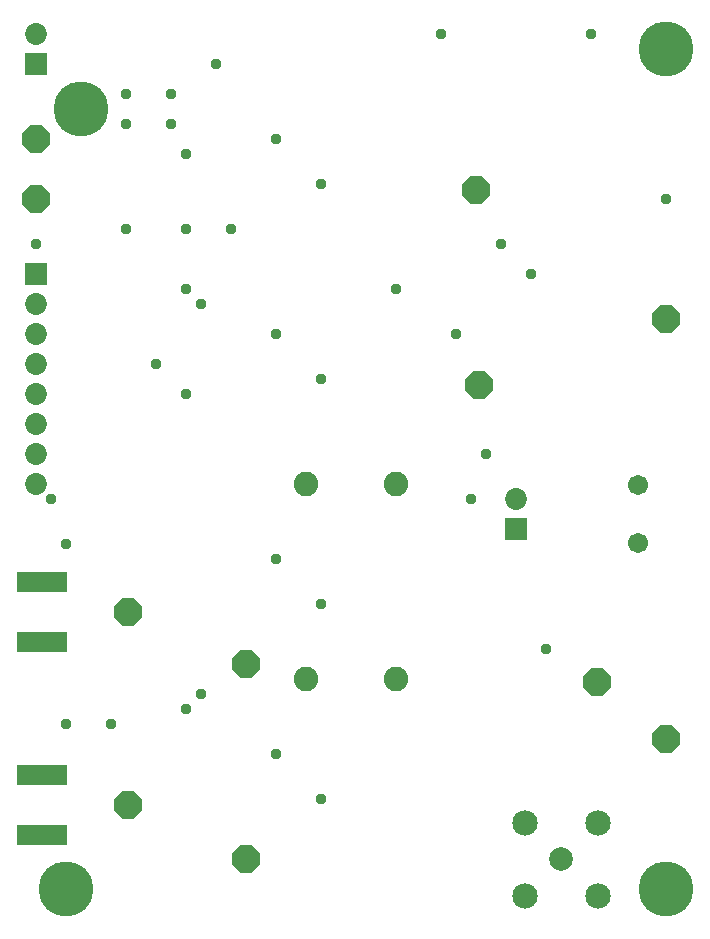
<source format=gbr>
G04 EAGLE Gerber RS-274X export*
G75*
%MOMM*%
%FSLAX34Y34*%
%LPD*%
%INSoldermask Bottom*%
%IPPOS*%
%AMOC8*
5,1,8,0,0,1.08239X$1,22.5*%
G01*
%ADD10C,1.703200*%
%ADD11R,1.853200X1.853200*%
%ADD12C,1.853200*%
%ADD13P,2.556822X8X22.500000*%
%ADD14R,4.267200X1.727200*%
%ADD15C,2.003200*%
%ADD16C,2.153200*%
%ADD17C,2.082800*%
%ADD18C,4.648200*%
%ADD19C,0.959600*%


D10*
X534880Y331100D03*
X534880Y380100D03*
D11*
X25400Y558800D03*
D12*
X25400Y533400D03*
X25400Y508000D03*
X25400Y482600D03*
X25400Y457200D03*
X25400Y431800D03*
X25400Y406400D03*
X25400Y381000D03*
D11*
X25400Y736600D03*
D12*
X25400Y762000D03*
D11*
X431800Y342900D03*
D12*
X431800Y368300D03*
D13*
X397510Y629920D03*
X400050Y464820D03*
X500380Y213360D03*
X102870Y109220D03*
X102870Y273050D03*
D14*
X30480Y134620D03*
X30480Y83820D03*
X30480Y298450D03*
X30480Y247650D03*
D15*
X469900Y63500D03*
D16*
X500888Y94488D03*
X438912Y94488D03*
X438912Y32512D03*
X500888Y32512D03*
D13*
X25400Y673100D03*
X25400Y622300D03*
D17*
X330200Y381000D03*
X254000Y381000D03*
X330200Y215900D03*
X254000Y215900D03*
D13*
X203200Y63500D03*
X203200Y228600D03*
X558800Y165100D03*
X558800Y520700D03*
D18*
X50800Y38100D03*
X558800Y38100D03*
X558800Y749300D03*
X63500Y698500D03*
D19*
X406400Y406400D03*
X393700Y368300D03*
X88900Y177800D03*
X50800Y330200D03*
X50800Y177800D03*
X457200Y241300D03*
X444500Y558800D03*
X419100Y584200D03*
X330200Y546100D03*
X381000Y508000D03*
X266700Y114300D03*
X266700Y469900D03*
X266700Y279400D03*
X266700Y635000D03*
X190500Y596900D03*
X368300Y762000D03*
X495300Y762000D03*
X558800Y622300D03*
X228600Y152400D03*
X228600Y317500D03*
X228600Y508000D03*
X228600Y673100D03*
X177800Y736600D03*
X152400Y190500D03*
X165100Y533400D03*
X101600Y685800D03*
X101600Y711200D03*
X101600Y596900D03*
X25400Y584200D03*
X152400Y457200D03*
X127000Y482600D03*
X38100Y368300D03*
X152400Y596900D03*
X152400Y660400D03*
X139700Y685800D03*
X165100Y203200D03*
X139700Y711200D03*
X152400Y546100D03*
M02*

</source>
